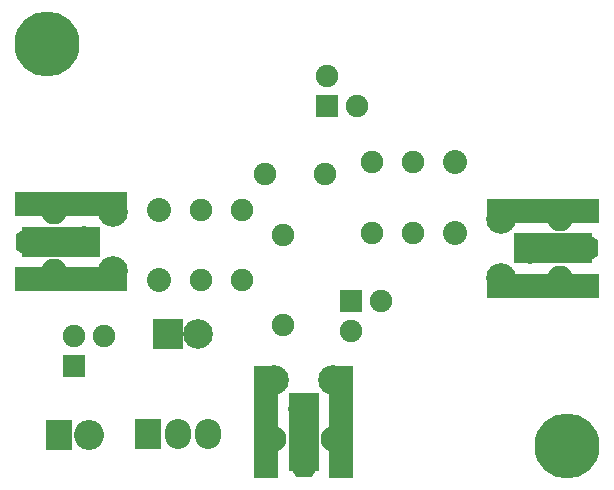
<source format=gts>
G04 #@! TF.FileFunction,Soldermask,Top*
%FSLAX45Y45*%
G04 Gerber Fmt 4.5, Leading zero omitted, Abs format (unit mm)*
G04 Created by KiCad (PCBNEW (2015-01-25 BZR 5388)-product) date Mo 03 Aug 2015 14:19:02 CEST*
%MOMM*%
G01*
G04 APERTURE LIST*
%ADD10C,0.150000*%
%ADD11R,2.308000X2.540000*%
%ADD12O,2.540000X2.540000*%
%ADD13C,5.509260*%
%ADD14C,2.032000*%
%ADD15C,1.905000*%
%ADD16R,1.905000X1.905000*%
%ADD17R,2.506980X2.506980*%
%ADD18C,2.506980*%
%ADD19R,2.032000X9.507220*%
%ADD20R,2.506980X6.604000*%
%ADD21C,2.108200*%
%ADD22R,9.507220X2.032000*%
%ADD23R,6.604000X2.506980*%
%ADD24R,2.235200X2.540000*%
%ADD25O,2.235200X2.540000*%
G04 APERTURE END LIST*
D10*
D11*
X12803000Y-9810000D03*
D12*
X13057000Y-9810000D03*
D13*
X17100042Y-9900158D03*
X12700000Y-6499860D03*
D14*
X16150082Y-8100060D03*
X16150082Y-7500112D03*
D15*
X15800070Y-8100060D03*
X15800070Y-7500112D03*
X15450058Y-8100060D03*
X15450058Y-7500112D03*
D14*
X13649960Y-7899908D03*
X13649960Y-8499856D03*
D15*
X13999972Y-7899908D03*
X13999972Y-8499856D03*
X14349984Y-7899908D03*
X14349984Y-8499856D03*
X15527020Y-8673084D03*
D16*
X15273020Y-8673084D03*
D15*
X15273020Y-8927084D03*
X14699996Y-8881110D03*
X14699996Y-8119110D03*
D17*
X13723112Y-8949944D03*
D18*
X13977112Y-8949944D03*
D15*
X14546072Y-7599934D03*
X15054072Y-7599934D03*
D16*
X12923012Y-9227058D03*
D15*
X12923012Y-8973058D03*
X13177012Y-8973058D03*
X15073122Y-6772910D03*
D16*
X15073122Y-7026910D03*
D15*
X15327122Y-7026910D03*
D19*
X15189454Y-9700006D03*
D10*
G36*
X14747621Y-10063861D02*
X14998319Y-10063861D01*
X14938375Y-10164699D01*
X14807565Y-10164699D01*
X14747621Y-10063861D01*
X14747621Y-10063861D01*
G37*
D19*
X14556994Y-9700006D03*
D20*
X14872970Y-9784080D03*
D18*
X14867890Y-9590024D03*
D21*
X14617954Y-9839960D03*
X15118080Y-9839960D03*
D18*
X15118080Y-9340088D03*
X14617954Y-9340088D03*
D22*
X16899890Y-7910576D03*
D10*
G36*
X17263745Y-8352409D02*
X17263745Y-8101711D01*
X17364583Y-8161655D01*
X17364583Y-8292465D01*
X17263745Y-8352409D01*
X17263745Y-8352409D01*
G37*
D22*
X16899890Y-8543036D03*
D23*
X16983964Y-8227060D03*
D18*
X16789908Y-8232140D03*
D21*
X17039844Y-8482076D03*
X17039844Y-7981950D03*
D18*
X16539972Y-7981950D03*
X16539972Y-8482076D03*
D22*
X12900152Y-8489442D03*
D10*
G36*
X12536297Y-8047609D02*
X12536297Y-8298307D01*
X12435459Y-8238363D01*
X12435459Y-8107553D01*
X12536297Y-8047609D01*
X12536297Y-8047609D01*
G37*
D22*
X12900152Y-7856982D03*
D23*
X12816078Y-8172958D03*
D18*
X13010134Y-8167878D03*
D21*
X12760198Y-7917942D03*
X12760198Y-8418068D03*
D18*
X13260070Y-8418068D03*
X13260070Y-7917942D03*
D24*
X13556000Y-9800000D03*
D25*
X13810000Y-9800000D03*
X14064000Y-9800000D03*
M02*

</source>
